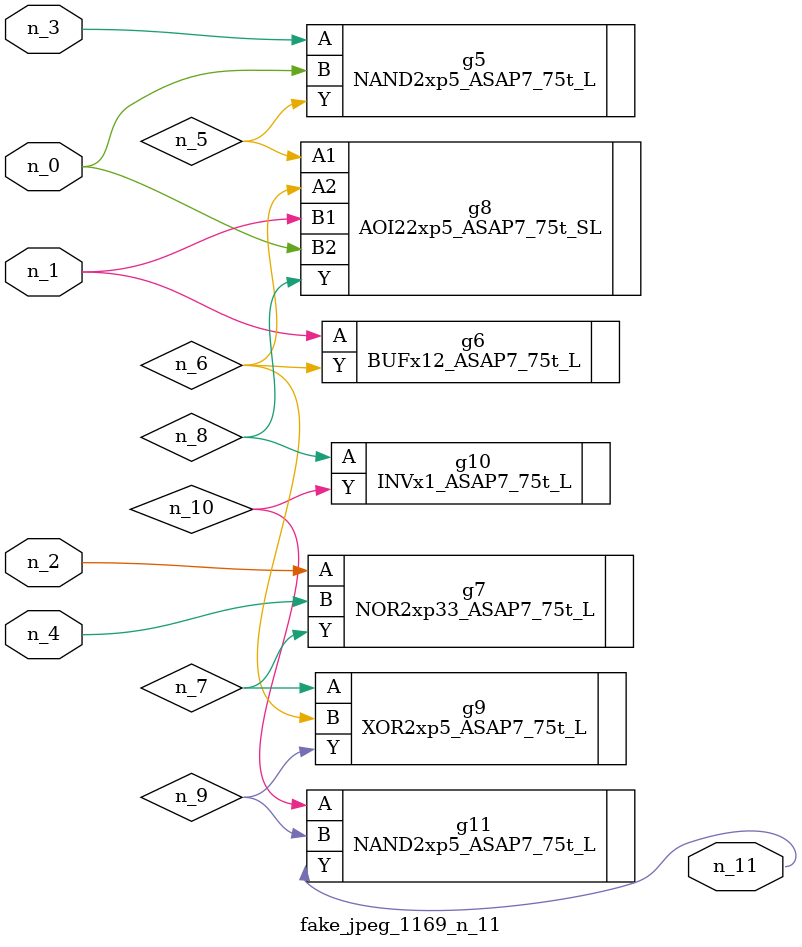
<source format=v>
module fake_jpeg_1169_n_11 (n_3, n_2, n_1, n_0, n_4, n_11);

input n_3;
input n_2;
input n_1;
input n_0;
input n_4;

output n_11;

wire n_10;
wire n_8;
wire n_9;
wire n_6;
wire n_5;
wire n_7;

NAND2xp5_ASAP7_75t_L g5 ( 
.A(n_3),
.B(n_0),
.Y(n_5)
);

BUFx12_ASAP7_75t_L g6 ( 
.A(n_1),
.Y(n_6)
);

NOR2xp33_ASAP7_75t_L g7 ( 
.A(n_2),
.B(n_4),
.Y(n_7)
);

AOI22xp5_ASAP7_75t_SL g8 ( 
.A1(n_5),
.A2(n_6),
.B1(n_1),
.B2(n_0),
.Y(n_8)
);

INVx1_ASAP7_75t_L g10 ( 
.A(n_8),
.Y(n_10)
);

XOR2xp5_ASAP7_75t_L g9 ( 
.A(n_7),
.B(n_6),
.Y(n_9)
);

NAND2xp5_ASAP7_75t_L g11 ( 
.A(n_10),
.B(n_9),
.Y(n_11)
);


endmodule
</source>
